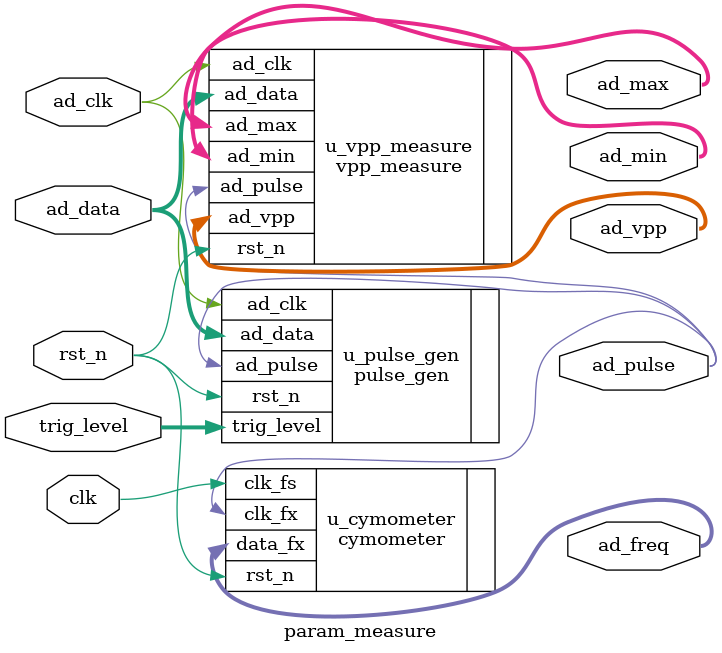
<source format=v>

module param_measure(
    input               clk ,       // 时钟
    input               rst_n  ,    // 复位信号

    input      [7:0]    trig_level, // 触发电平
    
    input               ad_clk,     // AD时钟
    input      [7:0]    ad_data,    // AD输入数据
    
    output              ad_pulse,   //pulse_gen模块输出的脉冲信号,仅用于调试
    
    output     [19:0]   ad_freq,    // 被测时钟频率输出
    output     [7:0]    ad_vpp,     // AD峰峰值 
    output     [7:0]    ad_max,     // AD最大值
    output     [7:0]    ad_min      // AD最小值
);

//parameter define
parameter CLK_FS = 26'd50_000_000;  // 基准时钟频率值

//脉冲生成模块
pulse_gen u_pulse_gen(
    .rst_n          (rst_n),        //系统复位，低电平有效

    .trig_level     (trig_level),   // 触发电平
    .ad_clk         (ad_clk),       //AD9280驱动时钟
    .ad_data        (ad_data),      //AD输入数据

    .ad_pulse       (ad_pulse)      //输出的脉冲信号
    );

//等精度频率计模块
cymometer #(
    .CLK_FS         (CLK_FS)        // 基准时钟频率值
) u_cymometer(
    .clk_fs         (clk),
    .rst_n          (rst_n),

    .clk_fx         (ad_pulse),     // 被测时钟信号
    .data_fx        (ad_freq)       // 被测时钟频率输出
    );

//计算峰峰值
vpp_measure u_vpp_measure(
    .rst_n          (rst_n),
    
    .ad_clk         (ad_clk), 
    .ad_data        (ad_data),
    .ad_pulse       (ad_pulse),
    .ad_vpp         (ad_vpp),
    .ad_max         (ad_max),
    .ad_min         (ad_min)
    );

endmodule 
</source>
